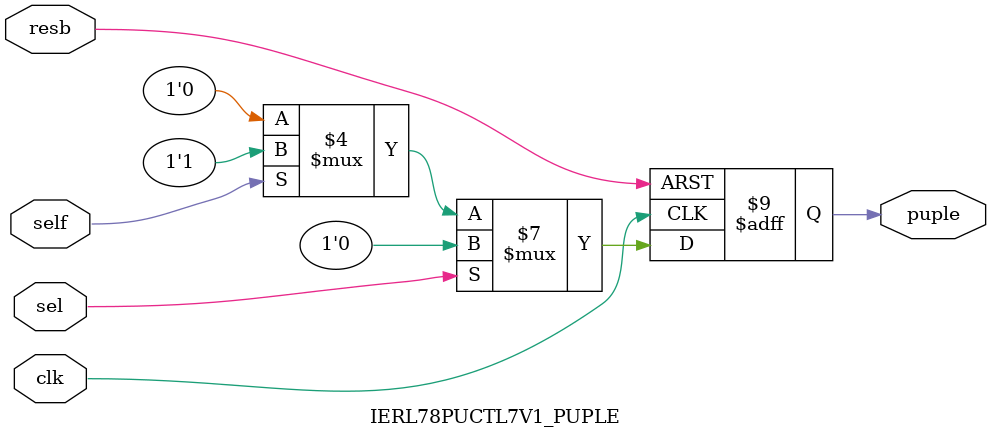
<source format=v>
/* =================================================================== */
/* [RL78 IECUBE Emulation Macro]                                       */
/*                                                                     */
/* Function     : PullUp Control Unit for FPGA                         */
/* Target System: IO board which has 7 level-shifter devices.          */
/*                                                                     */
/* ------------------------------------------------------------------- */
/* Date     : 2011.02.18                                               */
/* Version  : 1.0.0                                                    */
/* Designer : T.Tsunoda                                                */
/* Note     : modified from puctl6.v                                   */
/* =================================================================== */

module IERL78PUCTL7V1 (
  CLK60MHZ, CPURSOUTB,
  DIN000, DIN001, DIN002, DIN003, DIN004, DIN005, DIN006, DIN007,
  DIN008, DIN009, DIN010, DIN011, DIN012, DIN013, DIN014, DIN015,
  DIN016, DIN017, DIN018, DIN019, DIN020, DIN021,
  DIN024, DIN025, DIN026, DIN027, DIN028, DIN029, DIN030, DIN031,
  DIN100, DIN101, DIN102, DIN103, DIN104, DIN105, DIN106, DIN107,
  DIN108, DIN109, DIN110, DIN111, DIN112, DIN113, DIN114, DIN115,
  DIN116, DIN117, DIN118, DIN119, DIN120, DIN121,
  DIN124, DIN125, DIN126, DIN127, DIN128, DIN129, DIN130, DIN131,
  DIN200, DIN201, DIN202, DIN203, DIN204, DIN205, DIN206, DIN207,
  DIN208, DIN209, DIN210, DIN211, DIN212, DIN213, DIN214, DIN215,
  DIN216, DIN217, DIN218, DIN219, DIN220, DIN221,
  DIN224, DIN225, DIN226, DIN227, DIN228, DIN229, DIN230, DIN231,
  DIN300, DIN301, DIN302, DIN303, DIN304, DIN305, DIN306, DIN307,
  DIN308, DIN309, DIN310, DIN311, DIN312, DIN313, DIN314, DIN315,
  DIN316, DIN317, DIN318, DIN319, DIN320, DIN321,
  DIN324, DIN325, DIN326, DIN327, DIN328, DIN329, DIN330, DIN331,
  DIN400, DIN401, DIN402, DIN403, DIN404, DIN405, DIN406, DIN407,
  DIN408, DIN409, DIN410, DIN411, DIN412, DIN413, DIN414, DIN415,
  DIN416, DIN417, DIN418, DIN419, DIN420, DIN421,
  DIN424, DIN425, DIN426, DIN427, DIN428, DIN429, DIN430, DIN431,
  DIN500, DIN501, DIN502, DIN503, DIN504, DIN505, DIN506, DIN507,
  DIN508, DIN509, DIN510, DIN511, DIN512, DIN513, DIN514, DIN515,
  DIN516, DIN517, DIN518, DIN519, DIN520, DIN521,
  DIN524, DIN525, DIN526, DIN527, DIN528, DIN529, DIN530, DIN531,
  DIN600, DIN601, DIN602, DIN603, DIN604, DIN605, DIN606, DIN607,
  DIN608, DIN609, DIN610, DIN611, DIN612, DIN613, DIN614, DIN615,
  DIN616, DIN617, DIN618, DIN619, DIN620, DIN621,
  DIN624, DIN625, DIN626, DIN627, DIN628, DIN629, DIN630, DIN631,
  PPUP0,  PPUP1,  PPUP2,  PPUP3,  PPUP4,  PPUP5,  PPUP6,  PPUP7,
  PPUP8,  PPUP9,  PPUP10, PPUP11, PPUP12, PPUP13, PPUP14, PPUP15,
  PPUP16, PPUP17, PPUP18, PPUP19, PPUP20, PPUP21,
  PPUP24, PPUP25, PPUP26, PPUP27, PPUP28, PPUP29, PPUP30, PPUP31,
  PUPLE0, PUPLE1, PUPLE2, PUPLE3, PUPLE4, PUPLE5, PUPLE6
);

  input	CLK60MHZ, CPURSOUTB;
  input DIN000, DIN001, DIN002, DIN003, DIN004, DIN005, DIN006, DIN007,
	DIN008, DIN009, DIN010, DIN011, DIN012, DIN013, DIN014, DIN015,
	DIN016, DIN017, DIN018, DIN019, DIN020, DIN021,
	DIN024, DIN025, DIN026, DIN027, DIN028, DIN029, DIN030, DIN031;
  input DIN100, DIN101, DIN102, DIN103, DIN104, DIN105, DIN106, DIN107,
	DIN108, DIN109, DIN110, DIN111, DIN112, DIN113, DIN114, DIN115,
	DIN116, DIN117, DIN118, DIN119, DIN120, DIN121,
	DIN124, DIN125, DIN126, DIN127, DIN128, DIN129, DIN130, DIN131;
  input DIN200, DIN201, DIN202, DIN203, DIN204, DIN205, DIN206, DIN207,
	DIN208, DIN209, DIN210, DIN211, DIN212, DIN213, DIN214, DIN215,
	DIN216, DIN217, DIN218, DIN219, DIN220, DIN221,
	DIN224, DIN225, DIN226, DIN227, DIN228, DIN229, DIN230, DIN231;
  input DIN300, DIN301, DIN302, DIN303, DIN304, DIN305, DIN306, DIN307,
	DIN308, DIN309, DIN310, DIN311, DIN312, DIN313, DIN314, DIN315,
	DIN316, DIN317, DIN318, DIN319, DIN320, DIN321,
	DIN324, DIN325, DIN326, DIN327, DIN328, DIN329, DIN330, DIN331;
  input DIN400, DIN401, DIN402, DIN403, DIN404, DIN405, DIN406, DIN407,
	DIN408, DIN409, DIN410, DIN411, DIN412, DIN413, DIN414, DIN415,
	DIN416, DIN417, DIN418, DIN419, DIN420, DIN421,
	DIN424, DIN425, DIN426, DIN427, DIN428, DIN429, DIN430, DIN431;
  input DIN500, DIN501, DIN502, DIN503, DIN504, DIN505, DIN506, DIN507,
	DIN508, DIN509, DIN510, DIN511, DIN512, DIN513, DIN514, DIN515,
	DIN516, DIN517, DIN518, DIN519, DIN520, DIN521,
	DIN524, DIN525, DIN526, DIN527, DIN528, DIN529, DIN530, DIN531;
  input DIN600, DIN601, DIN602, DIN603, DIN604, DIN605, DIN606, DIN607,
	DIN608, DIN609, DIN610, DIN611, DIN612, DIN613, DIN614, DIN615,
	DIN616, DIN617, DIN618, DIN619, DIN620, DIN621,
	DIN624, DIN625, DIN626, DIN627, DIN628, DIN629, DIN630, DIN631;
  output PPUP0,  PPUP1,  PPUP2,  PPUP3,  PPUP4,  PPUP5,  PPUP6,  PPUP7,
	 PPUP8,  PPUP9,  PPUP10, PPUP11, PPUP12, PPUP13, PPUP14, PPUP15,
	 PPUP16, PPUP17, PPUP18, PPUP19, PPUP20, PPUP21,
	 PPUP24, PPUP25, PPUP26, PPUP27, PPUP28, PPUP29, PPUP30, PPUP31;
  output PUPLE0, PUPLE1, PUPLE2, PUPLE3, PUPLE4, PUPLE5, PUPLE6;


  wire start2;
  wire [29:0] din0, din1, din2, din3, din4, din5, din6;

  assign din0 = {DIN000, DIN001, DIN002, DIN003, DIN004, DIN005, DIN006, DIN007,
		 DIN008, DIN009, DIN010, DIN011, DIN012, DIN013, DIN014, DIN015,
		 DIN016, DIN017, DIN018, DIN019, DIN020, DIN021,
		 DIN024, DIN025, DIN026, DIN027, DIN028, DIN029, DIN030, DIN031};
  assign din1 = {DIN100, DIN101, DIN102, DIN103, DIN104, DIN105, DIN106, DIN107,
		 DIN108, DIN109, DIN110, DIN111, DIN112, DIN113, DIN114, DIN115,
		 DIN116, DIN117, DIN118, DIN119, DIN120, DIN121,
		 DIN124, DIN125, DIN126, DIN127, DIN128, DIN129, DIN130, DIN131};
  assign din2 = {DIN200, DIN201, DIN202, DIN203, DIN204, DIN205, DIN206, DIN207,
		 DIN208, DIN209, DIN210, DIN211, DIN212, DIN213, DIN214, DIN215,
		 DIN216, DIN217, DIN218, DIN219, DIN220, DIN221,
		 DIN224, DIN225, DIN226, DIN227, DIN228, DIN229, DIN230, DIN231};
  assign din3 = {DIN300, DIN301, DIN302, DIN303, DIN304, DIN305, DIN306, DIN307,
		 DIN308, DIN309, DIN310, DIN311, DIN312, DIN313, DIN314, DIN315,
		 DIN316, DIN317, DIN318, DIN319, DIN320, DIN321,
		 DIN324, DIN325, DIN326, DIN327, DIN328, DIN329, DIN330, DIN331};
  assign din4 = {DIN400, DIN401, DIN402, DIN403, DIN404, DIN405, DIN406, DIN407,
		 DIN408, DIN409, DIN410, DIN411, DIN412, DIN413, DIN414, DIN415,
		 DIN416, DIN417, DIN418, DIN419, DIN420, DIN421,
		 DIN424, DIN425, DIN426, DIN427, DIN428, DIN429, DIN430, DIN431};
  assign din5 = {DIN500, DIN501, DIN502, DIN503, DIN504, DIN505, DIN506, DIN507,
		 DIN508, DIN509, DIN510, DIN511, DIN512, DIN513, DIN514, DIN515,
		 DIN516, DIN517, DIN518, DIN519, DIN520, DIN521,
		 DIN524, DIN525, DIN526, DIN527, DIN528, DIN529, DIN530, DIN531};
  assign din6 = {DIN600, DIN601, DIN602, DIN603, DIN604, DIN605, DIN606, DIN607,
		 DIN608, DIN609, DIN610, DIN611, DIN612, DIN613, DIN614, DIN615,
		 DIN616, DIN617, DIN618, DIN619, DIN620, DIN621,
		 DIN624, DIN625, DIN626, DIN627, DIN628, DIN629, DIN630, DIN631};

  // --------------------------------------------------------------
  // clk60mhz   _|~|_|~|_|~|_|~|_|~|_|~|_|~|_|~|_|~|_|~|_|~|_|~|_
  // cpursoutb  ______|~~~~~~~~~~
  // start1     ~~~~~~~|____________
  // sel_p_1    _______|~~~|___________|~~~|___
  // sel_p_2    ___________|~~~|___________|~~~|___
  // sel_din0   ___________|~~~~~~~|_______|~~~~~~~|___
  // sel_din0_f         _______|~~~~~~~|_______|~~~~~~~|________
  // sel_din1   ___________________|~~~~~~~|_______|~~~~~~~|___
  // sel_din1_f         _______________|~~~~~~~|_______|~~~~~~~|_
  // start2     ___________________|~~~|_______________
  // dout	               x===0===x===1===x===0===x===1===x
  // puple0	_________________|~~~|___________|~~~|__
  // puple1	_________________________|~~~|___________|~~~|__
  // --------------------------------------------------------------

  reg start1;
  always @( negedge CLK60MHZ or negedge CPURSOUTB ) begin
    if (!CPURSOUTB)	start1 <= 1'b1;
      else start1 <= 1'b0;
  end


  reg sel_p_1;
  always @( negedge CLK60MHZ or negedge CPURSOUTB ) begin
    if (!CPURSOUTB) begin
      sel_p_1 <= 1'b0;
    end else if (start1 | start2) begin
      sel_p_1 <= 1'b1;
    end else begin
      sel_p_1 <= 1'b0;
    end
  end

  reg sel_p_2;
  always @( negedge CLK60MHZ or negedge CPURSOUTB ) begin
    if (!CPURSOUTB) begin
      sel_p_2 <= 1'b0;
    end else begin
      sel_p_2 <= sel_p_1;
    end
  end

  wire sel_p = sel_p_1 | sel_p_2;

  IERL78PUCTL7V1_SELDIN sunit0 (.clk(CLK60MHZ), .resb(CPURSOUTB), .selp(sel_p),      .sel(sel_din0), .self(sel_din0_f));
  IERL78PUCTL7V1_SELDIN sunit1 (.clk(CLK60MHZ), .resb(CPURSOUTB), .selp(sel_din0_f), .sel(sel_din1), .self(sel_din1_f));
  IERL78PUCTL7V1_SELDIN sunit2 (.clk(CLK60MHZ), .resb(CPURSOUTB), .selp(sel_din1_f), .sel(sel_din2), .self(sel_din2_f));
  IERL78PUCTL7V1_SELDIN sunit3 (.clk(CLK60MHZ), .resb(CPURSOUTB), .selp(sel_din2_f), .sel(sel_din3), .self(sel_din3_f));
  IERL78PUCTL7V1_SELDIN sunit4 (.clk(CLK60MHZ), .resb(CPURSOUTB), .selp(sel_din3_f), .sel(sel_din4), .self(sel_din4_f));
  IERL78PUCTL7V1_SELDIN sunit5 (.clk(CLK60MHZ), .resb(CPURSOUTB), .selp(sel_din4_f), .sel(sel_din5), .self(sel_din5_f));
  IERL78PUCTL7V1_SELDIN sunit6 (.clk(CLK60MHZ), .resb(CPURSOUTB), .selp(sel_din5_f), .sel(sel_din6), .self(sel_din6_f));

  assign start2 = sel_din6 & ~sel_din6_f;

  reg [29:0] dout;
  always @( negedge CLK60MHZ or negedge CPURSOUTB ) begin
    if (!CPURSOUTB) begin
      dout <= 30'b0;
    end else if (sel_din0) begin
      dout <= din0;
    end else if (sel_din1) begin
      dout <= din1;
    end else if (sel_din2) begin
      dout <= din2;
    end else if (sel_din3) begin
      dout <= din3;
    end else if (sel_din4) begin
      dout <= din4;
    end else if (sel_din5) begin
      dout <= din5;
    end else if (sel_din6) begin
      dout <= din6;
    end
  end

  IERL78PUCTL7V1_PUPLE punit0 ( .clk(CLK60MHZ), .resb(CPURSOUTB), .sel(sel_din1), .self(sel_din0_f), .puple(PUPLE0));
  IERL78PUCTL7V1_PUPLE punit1 ( .clk(CLK60MHZ), .resb(CPURSOUTB), .sel(sel_din2), .self(sel_din1_f), .puple(PUPLE1));
  IERL78PUCTL7V1_PUPLE punit2 ( .clk(CLK60MHZ), .resb(CPURSOUTB), .sel(sel_din3), .self(sel_din2_f), .puple(PUPLE2));
  IERL78PUCTL7V1_PUPLE punit3 ( .clk(CLK60MHZ), .resb(CPURSOUTB), .sel(sel_din4), .self(sel_din3_f), .puple(PUPLE3));
  IERL78PUCTL7V1_PUPLE punit4 ( .clk(CLK60MHZ), .resb(CPURSOUTB), .sel(sel_din5), .self(sel_din4_f), .puple(PUPLE4));
  IERL78PUCTL7V1_PUPLE punit5 ( .clk(CLK60MHZ), .resb(CPURSOUTB), .sel(sel_din6), .self(sel_din5_f), .puple(PUPLE5));
  IERL78PUCTL7V1_PUPLE punit6 ( .clk(CLK60MHZ), .resb(CPURSOUTB), .sel(sel_din0), .self(sel_din6_f), .puple(PUPLE6));

  assign {PPUP0,  PPUP1,  PPUP2,  PPUP3,  PPUP4,  PPUP5,  PPUP6,  PPUP7,
          PPUP8,  PPUP9,  PPUP10, PPUP11, PPUP12, PPUP13, PPUP14, PPUP15,
          PPUP16, PPUP17, PPUP18, PPUP19, PPUP20, PPUP21,
          PPUP24, PPUP25, PPUP26, PPUP27, PPUP28, PPUP29, PPUP30, PPUP31} = dout;

endmodule

module IERL78PUCTL7V1_SELDIN ( clk, resb, selp, sel, self );
  input clk, resb, selp;
  output sel, self;

  reg [1:0] selreg;
  always @( negedge clk or negedge resb ) begin
    if (!resb) begin
      selreg <= 2'b00;
    end else begin
      selreg <= {selreg[0], selp};
    end
  end
  wire sel = selreg[0];
  wire self = selreg[1];

endmodule

module IERL78PUCTL7V1_PUPLE ( clk, resb, sel, self, puple );
  input clk, resb, sel, self;
  output puple;

  reg puple;
  always @( posedge clk or negedge resb ) begin
    if (!resb) begin
      puple <= 1'b1;
    end else if (sel) begin
      puple <= 1'b0;
    end else if (self) begin
      puple <= 1'b1;
    end else begin
      puple <= 1'b0; // from release-reset to din
    end
  end

endmodule


</source>
